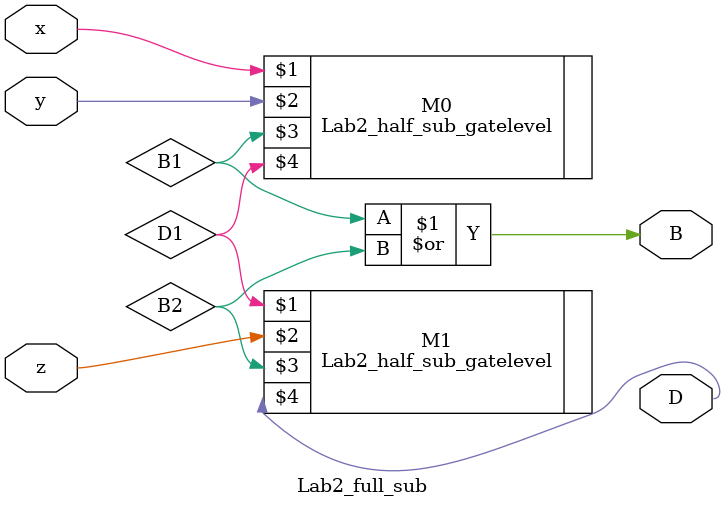
<source format=v>
module Lab2_full_sub(input x,y,z,output B,D);

	Lab2_half_sub_gatelevel	M0(x,y,B1,D1);
	Lab2_half_sub_gatelevel M1(D1,z,B2,D);
	or	#(2) M2(B,B1,B2);
endmodule
	
	
</source>
